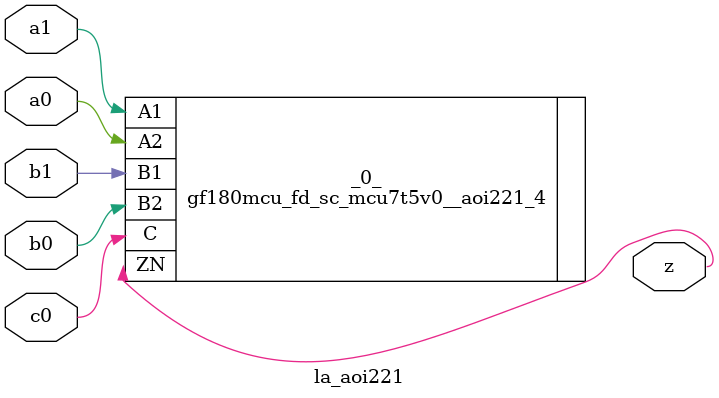
<source format=v>

/* Generated by Yosys 0.44 (git sha1 80ba43d26, g++ 11.4.0-1ubuntu1~22.04 -fPIC -O3) */

(* top =  1  *)
(* src = "inputs/la_aoi221.v:10.1-23.10" *)
module la_aoi221 (
    a0,
    a1,
    b0,
    b1,
    c0,
    z
);
  (* src = "inputs/la_aoi221.v:13.12-13.14" *)
  input a0;
  wire a0;
  (* src = "inputs/la_aoi221.v:14.12-14.14" *)
  input a1;
  wire a1;
  (* src = "inputs/la_aoi221.v:15.12-15.14" *)
  input b0;
  wire b0;
  (* src = "inputs/la_aoi221.v:16.12-16.14" *)
  input b1;
  wire b1;
  (* src = "inputs/la_aoi221.v:17.12-17.14" *)
  input c0;
  wire c0;
  (* src = "inputs/la_aoi221.v:18.12-18.13" *)
  output z;
  wire z;
  gf180mcu_fd_sc_mcu7t5v0__aoi221_4 _0_ (
      .A1(a1),
      .A2(a0),
      .B1(b1),
      .B2(b0),
      .C (c0),
      .ZN(z)
  );
endmodule

</source>
